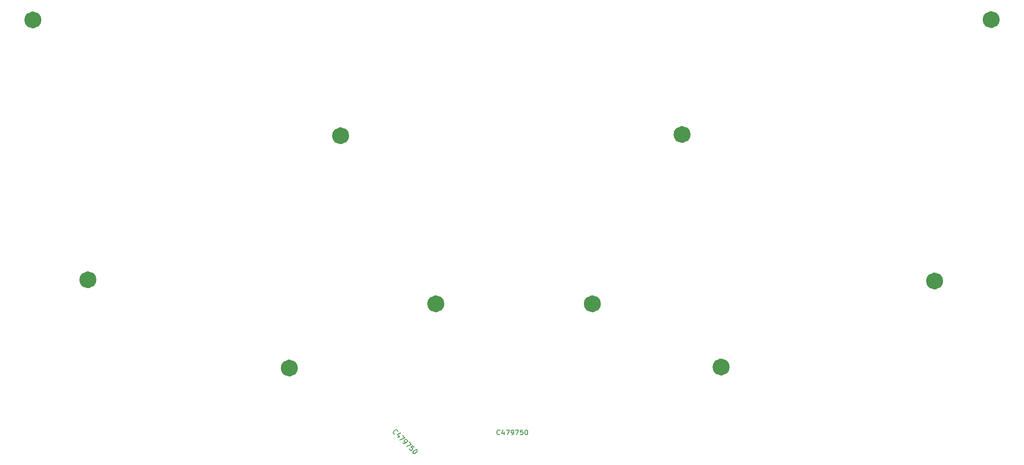
<source format=gbr>
%TF.GenerationSoftware,KiCad,Pcbnew,7.0.2*%
%TF.CreationDate,2024-07-01T00:10:34+02:00*%
%TF.ProjectId,BatreeqV2,42617472-6565-4715-9632-2e6b69636164,rev?*%
%TF.SameCoordinates,Original*%
%TF.FileFunction,Other,Comment*%
%FSLAX46Y46*%
G04 Gerber Fmt 4.6, Leading zero omitted, Abs format (unit mm)*
G04 Created by KiCad (PCBNEW 7.0.2) date 2024-07-01 00:10:34*
%MOMM*%
%LPD*%
G01*
G04 APERTURE LIST*
%ADD10C,0.150000*%
%ADD11C,1.750000*%
G04 APERTURE END LIST*
D10*
%TO.C,J2*%
X147689944Y-125278942D02*
X147642325Y-125326562D01*
X147642325Y-125326562D02*
X147499468Y-125374181D01*
X147499468Y-125374181D02*
X147404230Y-125374181D01*
X147404230Y-125374181D02*
X147261373Y-125326562D01*
X147261373Y-125326562D02*
X147166135Y-125231323D01*
X147166135Y-125231323D02*
X147118516Y-125136085D01*
X147118516Y-125136085D02*
X147070897Y-124945609D01*
X147070897Y-124945609D02*
X147070897Y-124802752D01*
X147070897Y-124802752D02*
X147118516Y-124612276D01*
X147118516Y-124612276D02*
X147166135Y-124517038D01*
X147166135Y-124517038D02*
X147261373Y-124421800D01*
X147261373Y-124421800D02*
X147404230Y-124374181D01*
X147404230Y-124374181D02*
X147499468Y-124374181D01*
X147499468Y-124374181D02*
X147642325Y-124421800D01*
X147642325Y-124421800D02*
X147689944Y-124469419D01*
X148547087Y-124707514D02*
X148547087Y-125374181D01*
X148308992Y-124326562D02*
X148070897Y-125040847D01*
X148070897Y-125040847D02*
X148689944Y-125040847D01*
X148975659Y-124374181D02*
X149642325Y-124374181D01*
X149642325Y-124374181D02*
X149213754Y-125374181D01*
X150070897Y-125374181D02*
X150261373Y-125374181D01*
X150261373Y-125374181D02*
X150356611Y-125326562D01*
X150356611Y-125326562D02*
X150404230Y-125278942D01*
X150404230Y-125278942D02*
X150499468Y-125136085D01*
X150499468Y-125136085D02*
X150547087Y-124945609D01*
X150547087Y-124945609D02*
X150547087Y-124564657D01*
X150547087Y-124564657D02*
X150499468Y-124469419D01*
X150499468Y-124469419D02*
X150451849Y-124421800D01*
X150451849Y-124421800D02*
X150356611Y-124374181D01*
X150356611Y-124374181D02*
X150166135Y-124374181D01*
X150166135Y-124374181D02*
X150070897Y-124421800D01*
X150070897Y-124421800D02*
X150023278Y-124469419D01*
X150023278Y-124469419D02*
X149975659Y-124564657D01*
X149975659Y-124564657D02*
X149975659Y-124802752D01*
X149975659Y-124802752D02*
X150023278Y-124897990D01*
X150023278Y-124897990D02*
X150070897Y-124945609D01*
X150070897Y-124945609D02*
X150166135Y-124993228D01*
X150166135Y-124993228D02*
X150356611Y-124993228D01*
X150356611Y-124993228D02*
X150451849Y-124945609D01*
X150451849Y-124945609D02*
X150499468Y-124897990D01*
X150499468Y-124897990D02*
X150547087Y-124802752D01*
X150880421Y-124374181D02*
X151547087Y-124374181D01*
X151547087Y-124374181D02*
X151118516Y-125374181D01*
X152404230Y-124374181D02*
X151928040Y-124374181D01*
X151928040Y-124374181D02*
X151880421Y-124850371D01*
X151880421Y-124850371D02*
X151928040Y-124802752D01*
X151928040Y-124802752D02*
X152023278Y-124755133D01*
X152023278Y-124755133D02*
X152261373Y-124755133D01*
X152261373Y-124755133D02*
X152356611Y-124802752D01*
X152356611Y-124802752D02*
X152404230Y-124850371D01*
X152404230Y-124850371D02*
X152451849Y-124945609D01*
X152451849Y-124945609D02*
X152451849Y-125183704D01*
X152451849Y-125183704D02*
X152404230Y-125278942D01*
X152404230Y-125278942D02*
X152356611Y-125326562D01*
X152356611Y-125326562D02*
X152261373Y-125374181D01*
X152261373Y-125374181D02*
X152023278Y-125374181D01*
X152023278Y-125374181D02*
X151928040Y-125326562D01*
X151928040Y-125326562D02*
X151880421Y-125278942D01*
X153070897Y-124374181D02*
X153166135Y-124374181D01*
X153166135Y-124374181D02*
X153261373Y-124421800D01*
X153261373Y-124421800D02*
X153308992Y-124469419D01*
X153308992Y-124469419D02*
X153356611Y-124564657D01*
X153356611Y-124564657D02*
X153404230Y-124755133D01*
X153404230Y-124755133D02*
X153404230Y-124993228D01*
X153404230Y-124993228D02*
X153356611Y-125183704D01*
X153356611Y-125183704D02*
X153308992Y-125278942D01*
X153308992Y-125278942D02*
X153261373Y-125326562D01*
X153261373Y-125326562D02*
X153166135Y-125374181D01*
X153166135Y-125374181D02*
X153070897Y-125374181D01*
X153070897Y-125374181D02*
X152975659Y-125326562D01*
X152975659Y-125326562D02*
X152928040Y-125278942D01*
X152928040Y-125278942D02*
X152880421Y-125183704D01*
X152880421Y-125183704D02*
X152832802Y-124993228D01*
X152832802Y-124993228D02*
X152832802Y-124755133D01*
X152832802Y-124755133D02*
X152880421Y-124564657D01*
X152880421Y-124564657D02*
X152928040Y-124469419D01*
X152928040Y-124469419D02*
X152975659Y-124421800D01*
X152975659Y-124421800D02*
X153070897Y-124374181D01*
X147689944Y-125274942D02*
X147642325Y-125322562D01*
X147642325Y-125322562D02*
X147499468Y-125370181D01*
X147499468Y-125370181D02*
X147404230Y-125370181D01*
X147404230Y-125370181D02*
X147261373Y-125322562D01*
X147261373Y-125322562D02*
X147166135Y-125227323D01*
X147166135Y-125227323D02*
X147118516Y-125132085D01*
X147118516Y-125132085D02*
X147070897Y-124941609D01*
X147070897Y-124941609D02*
X147070897Y-124798752D01*
X147070897Y-124798752D02*
X147118516Y-124608276D01*
X147118516Y-124608276D02*
X147166135Y-124513038D01*
X147166135Y-124513038D02*
X147261373Y-124417800D01*
X147261373Y-124417800D02*
X147404230Y-124370181D01*
X147404230Y-124370181D02*
X147499468Y-124370181D01*
X147499468Y-124370181D02*
X147642325Y-124417800D01*
X147642325Y-124417800D02*
X147689944Y-124465419D01*
X148547087Y-124703514D02*
X148547087Y-125370181D01*
X148308992Y-124322562D02*
X148070897Y-125036847D01*
X148070897Y-125036847D02*
X148689944Y-125036847D01*
X148975659Y-124370181D02*
X149642325Y-124370181D01*
X149642325Y-124370181D02*
X149213754Y-125370181D01*
X150070897Y-125370181D02*
X150261373Y-125370181D01*
X150261373Y-125370181D02*
X150356611Y-125322562D01*
X150356611Y-125322562D02*
X150404230Y-125274942D01*
X150404230Y-125274942D02*
X150499468Y-125132085D01*
X150499468Y-125132085D02*
X150547087Y-124941609D01*
X150547087Y-124941609D02*
X150547087Y-124560657D01*
X150547087Y-124560657D02*
X150499468Y-124465419D01*
X150499468Y-124465419D02*
X150451849Y-124417800D01*
X150451849Y-124417800D02*
X150356611Y-124370181D01*
X150356611Y-124370181D02*
X150166135Y-124370181D01*
X150166135Y-124370181D02*
X150070897Y-124417800D01*
X150070897Y-124417800D02*
X150023278Y-124465419D01*
X150023278Y-124465419D02*
X149975659Y-124560657D01*
X149975659Y-124560657D02*
X149975659Y-124798752D01*
X149975659Y-124798752D02*
X150023278Y-124893990D01*
X150023278Y-124893990D02*
X150070897Y-124941609D01*
X150070897Y-124941609D02*
X150166135Y-124989228D01*
X150166135Y-124989228D02*
X150356611Y-124989228D01*
X150356611Y-124989228D02*
X150451849Y-124941609D01*
X150451849Y-124941609D02*
X150499468Y-124893990D01*
X150499468Y-124893990D02*
X150547087Y-124798752D01*
X150880421Y-124370181D02*
X151547087Y-124370181D01*
X151547087Y-124370181D02*
X151118516Y-125370181D01*
X152404230Y-124370181D02*
X151928040Y-124370181D01*
X151928040Y-124370181D02*
X151880421Y-124846371D01*
X151880421Y-124846371D02*
X151928040Y-124798752D01*
X151928040Y-124798752D02*
X152023278Y-124751133D01*
X152023278Y-124751133D02*
X152261373Y-124751133D01*
X152261373Y-124751133D02*
X152356611Y-124798752D01*
X152356611Y-124798752D02*
X152404230Y-124846371D01*
X152404230Y-124846371D02*
X152451849Y-124941609D01*
X152451849Y-124941609D02*
X152451849Y-125179704D01*
X152451849Y-125179704D02*
X152404230Y-125274942D01*
X152404230Y-125274942D02*
X152356611Y-125322562D01*
X152356611Y-125322562D02*
X152261373Y-125370181D01*
X152261373Y-125370181D02*
X152023278Y-125370181D01*
X152023278Y-125370181D02*
X151928040Y-125322562D01*
X151928040Y-125322562D02*
X151880421Y-125274942D01*
X153070897Y-124370181D02*
X153166135Y-124370181D01*
X153166135Y-124370181D02*
X153261373Y-124417800D01*
X153261373Y-124417800D02*
X153308992Y-124465419D01*
X153308992Y-124465419D02*
X153356611Y-124560657D01*
X153356611Y-124560657D02*
X153404230Y-124751133D01*
X153404230Y-124751133D02*
X153404230Y-124989228D01*
X153404230Y-124989228D02*
X153356611Y-125179704D01*
X153356611Y-125179704D02*
X153308992Y-125274942D01*
X153308992Y-125274942D02*
X153261373Y-125322562D01*
X153261373Y-125322562D02*
X153166135Y-125370181D01*
X153166135Y-125370181D02*
X153070897Y-125370181D01*
X153070897Y-125370181D02*
X152975659Y-125322562D01*
X152975659Y-125322562D02*
X152928040Y-125274942D01*
X152928040Y-125274942D02*
X152880421Y-125179704D01*
X152880421Y-125179704D02*
X152832802Y-124989228D01*
X152832802Y-124989228D02*
X152832802Y-124751133D01*
X152832802Y-124751133D02*
X152880421Y-124560657D01*
X152880421Y-124560657D02*
X152928040Y-124465419D01*
X152928040Y-124465419D02*
X152975659Y-124417800D01*
X152975659Y-124417800D02*
X153070897Y-124370181D01*
%TO.C,J1*%
X126081172Y-125263073D02*
X126013829Y-125263073D01*
X126013829Y-125263073D02*
X125879142Y-125195730D01*
X125879142Y-125195730D02*
X125811798Y-125128386D01*
X125811798Y-125128386D02*
X125744455Y-124993699D01*
X125744455Y-124993699D02*
X125744455Y-124859012D01*
X125744455Y-124859012D02*
X125778126Y-124757997D01*
X125778126Y-124757997D02*
X125879142Y-124589638D01*
X125879142Y-124589638D02*
X125980157Y-124488623D01*
X125980157Y-124488623D02*
X126148516Y-124387608D01*
X126148516Y-124387608D02*
X126249531Y-124353936D01*
X126249531Y-124353936D02*
X126384218Y-124353936D01*
X126384218Y-124353936D02*
X126518905Y-124421279D01*
X126518905Y-124421279D02*
X126586248Y-124488623D01*
X126586248Y-124488623D02*
X126653592Y-124623310D01*
X126653592Y-124623310D02*
X126653592Y-124690653D01*
X127091325Y-125465104D02*
X126619920Y-125936508D01*
X127192340Y-125027371D02*
X126518905Y-125364089D01*
X126518905Y-125364089D02*
X126956638Y-125801821D01*
X127630073Y-125532447D02*
X128101477Y-126003852D01*
X128101477Y-126003852D02*
X127091325Y-126407913D01*
X127697416Y-127014004D02*
X127832103Y-127148691D01*
X127832103Y-127148691D02*
X127933119Y-127182363D01*
X127933119Y-127182363D02*
X128000462Y-127182363D01*
X128000462Y-127182363D02*
X128168821Y-127148691D01*
X128168821Y-127148691D02*
X128337180Y-127047676D01*
X128337180Y-127047676D02*
X128606554Y-126778302D01*
X128606554Y-126778302D02*
X128640225Y-126677287D01*
X128640225Y-126677287D02*
X128640225Y-126609943D01*
X128640225Y-126609943D02*
X128606554Y-126508928D01*
X128606554Y-126508928D02*
X128471867Y-126374241D01*
X128471867Y-126374241D02*
X128370851Y-126340569D01*
X128370851Y-126340569D02*
X128303508Y-126340569D01*
X128303508Y-126340569D02*
X128202493Y-126374241D01*
X128202493Y-126374241D02*
X128034134Y-126542600D01*
X128034134Y-126542600D02*
X128000462Y-126643615D01*
X128000462Y-126643615D02*
X128000462Y-126710959D01*
X128000462Y-126710959D02*
X128034134Y-126811974D01*
X128034134Y-126811974D02*
X128168821Y-126946661D01*
X128168821Y-126946661D02*
X128269836Y-126980333D01*
X128269836Y-126980333D02*
X128337180Y-126980333D01*
X128337180Y-126980333D02*
X128438195Y-126946661D01*
X128976943Y-126879317D02*
X129448347Y-127350722D01*
X129448347Y-127350722D02*
X128438195Y-127754783D01*
X130054439Y-127956814D02*
X129717721Y-127620096D01*
X129717721Y-127620096D02*
X129347332Y-127923142D01*
X129347332Y-127923142D02*
X129414676Y-127923142D01*
X129414676Y-127923142D02*
X129515691Y-127956814D01*
X129515691Y-127956814D02*
X129684050Y-128125172D01*
X129684050Y-128125172D02*
X129717721Y-128226188D01*
X129717721Y-128226188D02*
X129717721Y-128293531D01*
X129717721Y-128293531D02*
X129684050Y-128394546D01*
X129684050Y-128394546D02*
X129515691Y-128562905D01*
X129515691Y-128562905D02*
X129414676Y-128596577D01*
X129414676Y-128596577D02*
X129347332Y-128596577D01*
X129347332Y-128596577D02*
X129246317Y-128562905D01*
X129246317Y-128562905D02*
X129077958Y-128394546D01*
X129077958Y-128394546D02*
X129044286Y-128293531D01*
X129044286Y-128293531D02*
X129044286Y-128226188D01*
X130525843Y-128428218D02*
X130593187Y-128495562D01*
X130593187Y-128495562D02*
X130626859Y-128596577D01*
X130626859Y-128596577D02*
X130626859Y-128663920D01*
X130626859Y-128663920D02*
X130593187Y-128764936D01*
X130593187Y-128764936D02*
X130492172Y-128933294D01*
X130492172Y-128933294D02*
X130323813Y-129101653D01*
X130323813Y-129101653D02*
X130155454Y-129202668D01*
X130155454Y-129202668D02*
X130054439Y-129236340D01*
X130054439Y-129236340D02*
X129987095Y-129236340D01*
X129987095Y-129236340D02*
X129886080Y-129202668D01*
X129886080Y-129202668D02*
X129818737Y-129135325D01*
X129818737Y-129135325D02*
X129785065Y-129034310D01*
X129785065Y-129034310D02*
X129785065Y-128966966D01*
X129785065Y-128966966D02*
X129818737Y-128865951D01*
X129818737Y-128865951D02*
X129919752Y-128697592D01*
X129919752Y-128697592D02*
X130088111Y-128529233D01*
X130088111Y-128529233D02*
X130256469Y-128428218D01*
X130256469Y-128428218D02*
X130357485Y-128394546D01*
X130357485Y-128394546D02*
X130424828Y-128394546D01*
X130424828Y-128394546D02*
X130525843Y-128428218D01*
X126078344Y-125265901D02*
X126011001Y-125265901D01*
X126011001Y-125265901D02*
X125876314Y-125198558D01*
X125876314Y-125198558D02*
X125808970Y-125131214D01*
X125808970Y-125131214D02*
X125741627Y-124996527D01*
X125741627Y-124996527D02*
X125741627Y-124861840D01*
X125741627Y-124861840D02*
X125775298Y-124760825D01*
X125775298Y-124760825D02*
X125876314Y-124592466D01*
X125876314Y-124592466D02*
X125977329Y-124491451D01*
X125977329Y-124491451D02*
X126145688Y-124390436D01*
X126145688Y-124390436D02*
X126246703Y-124356764D01*
X126246703Y-124356764D02*
X126381390Y-124356764D01*
X126381390Y-124356764D02*
X126516077Y-124424107D01*
X126516077Y-124424107D02*
X126583420Y-124491451D01*
X126583420Y-124491451D02*
X126650764Y-124626138D01*
X126650764Y-124626138D02*
X126650764Y-124693481D01*
X127088497Y-125467932D02*
X126617092Y-125939336D01*
X127189512Y-125030199D02*
X126516077Y-125366917D01*
X126516077Y-125366917D02*
X126953810Y-125804649D01*
X127627245Y-125535275D02*
X128098649Y-126006680D01*
X128098649Y-126006680D02*
X127088497Y-126410741D01*
X127694588Y-127016832D02*
X127829275Y-127151519D01*
X127829275Y-127151519D02*
X127930291Y-127185191D01*
X127930291Y-127185191D02*
X127997634Y-127185191D01*
X127997634Y-127185191D02*
X128165993Y-127151519D01*
X128165993Y-127151519D02*
X128334352Y-127050504D01*
X128334352Y-127050504D02*
X128603726Y-126781130D01*
X128603726Y-126781130D02*
X128637397Y-126680115D01*
X128637397Y-126680115D02*
X128637397Y-126612771D01*
X128637397Y-126612771D02*
X128603726Y-126511756D01*
X128603726Y-126511756D02*
X128469039Y-126377069D01*
X128469039Y-126377069D02*
X128368023Y-126343397D01*
X128368023Y-126343397D02*
X128300680Y-126343397D01*
X128300680Y-126343397D02*
X128199665Y-126377069D01*
X128199665Y-126377069D02*
X128031306Y-126545428D01*
X128031306Y-126545428D02*
X127997634Y-126646443D01*
X127997634Y-126646443D02*
X127997634Y-126713787D01*
X127997634Y-126713787D02*
X128031306Y-126814802D01*
X128031306Y-126814802D02*
X128165993Y-126949489D01*
X128165993Y-126949489D02*
X128267008Y-126983161D01*
X128267008Y-126983161D02*
X128334352Y-126983161D01*
X128334352Y-126983161D02*
X128435367Y-126949489D01*
X128974115Y-126882145D02*
X129445519Y-127353550D01*
X129445519Y-127353550D02*
X128435367Y-127757611D01*
X130051611Y-127959642D02*
X129714893Y-127622924D01*
X129714893Y-127622924D02*
X129344504Y-127925970D01*
X129344504Y-127925970D02*
X129411848Y-127925970D01*
X129411848Y-127925970D02*
X129512863Y-127959642D01*
X129512863Y-127959642D02*
X129681222Y-128128000D01*
X129681222Y-128128000D02*
X129714893Y-128229016D01*
X129714893Y-128229016D02*
X129714893Y-128296359D01*
X129714893Y-128296359D02*
X129681222Y-128397374D01*
X129681222Y-128397374D02*
X129512863Y-128565733D01*
X129512863Y-128565733D02*
X129411848Y-128599405D01*
X129411848Y-128599405D02*
X129344504Y-128599405D01*
X129344504Y-128599405D02*
X129243489Y-128565733D01*
X129243489Y-128565733D02*
X129075130Y-128397374D01*
X129075130Y-128397374D02*
X129041458Y-128296359D01*
X129041458Y-128296359D02*
X129041458Y-128229016D01*
X130523015Y-128431046D02*
X130590359Y-128498390D01*
X130590359Y-128498390D02*
X130624031Y-128599405D01*
X130624031Y-128599405D02*
X130624031Y-128666748D01*
X130624031Y-128666748D02*
X130590359Y-128767764D01*
X130590359Y-128767764D02*
X130489344Y-128936122D01*
X130489344Y-128936122D02*
X130320985Y-129104481D01*
X130320985Y-129104481D02*
X130152626Y-129205496D01*
X130152626Y-129205496D02*
X130051611Y-129239168D01*
X130051611Y-129239168D02*
X129984267Y-129239168D01*
X129984267Y-129239168D02*
X129883252Y-129205496D01*
X129883252Y-129205496D02*
X129815909Y-129138153D01*
X129815909Y-129138153D02*
X129782237Y-129037138D01*
X129782237Y-129037138D02*
X129782237Y-128969794D01*
X129782237Y-128969794D02*
X129815909Y-128868779D01*
X129815909Y-128868779D02*
X129916924Y-128700420D01*
X129916924Y-128700420D02*
X130085283Y-128532061D01*
X130085283Y-128532061D02*
X130253641Y-128431046D01*
X130253641Y-128431046D02*
X130354657Y-128397374D01*
X130354657Y-128397374D02*
X130422000Y-128397374D01*
X130422000Y-128397374D02*
X130523015Y-128431046D01*
%TO.C,H10*%
D11*
X167609908Y-98343640D02*
G75*
G03*
X167609908Y-98343640I-875000J0D01*
G01*
%TO.C,H8*%
X249783639Y-39721893D02*
G75*
G03*
X249783639Y-39721893I-875000J0D01*
G01*
%TO.C,H9*%
X135351906Y-98343643D02*
G75*
G03*
X135351906Y-98343643I-875000J0D01*
G01*
%TO.C,H3*%
X194136458Y-111385632D02*
G75*
G03*
X194136458Y-111385632I-875000J0D01*
G01*
%TO.C,H6*%
X115739907Y-63673641D02*
G75*
G03*
X115739907Y-63673641I-875000J0D01*
G01*
%TO.C,H2*%
X105172587Y-111597682D02*
G75*
G03*
X105172587Y-111597682I-875000J0D01*
G01*
%TO.C,H1*%
X63669908Y-93391642D02*
G75*
G03*
X63669908Y-93391642I-875000J0D01*
G01*
%TO.C,H7*%
X186097906Y-63419643D02*
G75*
G03*
X186097906Y-63419643I-875000J0D01*
G01*
%TO.C,H5*%
X52333230Y-39784918D02*
G75*
G03*
X52333230Y-39784918I-875000J0D01*
G01*
%TO.C,H4*%
X238128561Y-93645639D02*
G75*
G03*
X238128561Y-93645639I-875000J0D01*
G01*
%TD*%
M02*

</source>
